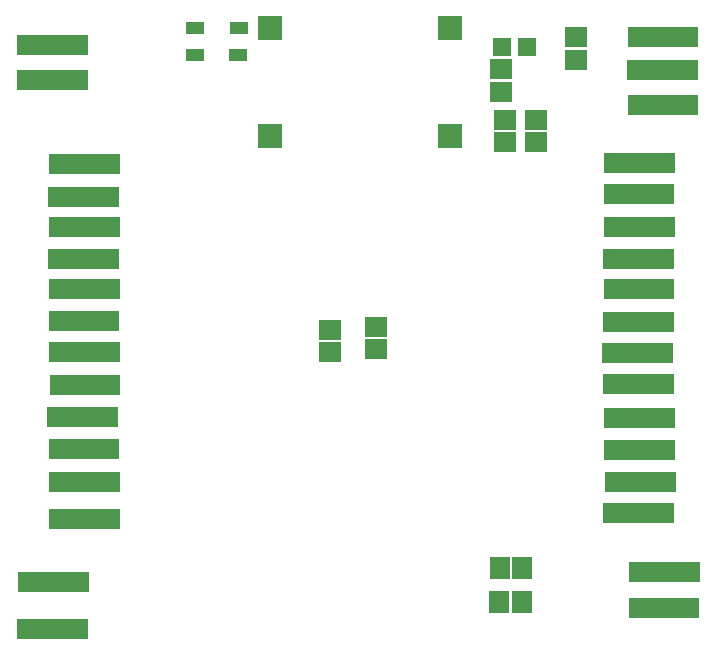
<source format=gbr>
G04 #@! TF.FileFunction,Soldermask,Top*
%FSLAX46Y46*%
G04 Gerber Fmt 4.6, Leading zero omitted, Abs format (unit mm)*
G04 Created by KiCad (PCBNEW 4.0.6) date 05/08/17 07:17:05*
%MOMM*%
%LPD*%
G01*
G04 APERTURE LIST*
%ADD10C,0.100000*%
%ADD11R,1.600000X1.600000*%
%ADD12R,1.900000X1.700000*%
%ADD13C,1.500000*%
%ADD14R,1.035000X1.670000*%
%ADD15R,1.700000X1.900000*%
%ADD16R,2.000000X2.000000*%
%ADD17R,1.600000X1.100000*%
G04 APERTURE END LIST*
D10*
D11*
X191161900Y-80426500D03*
X193261900Y-80426500D03*
D12*
X176540100Y-104393900D03*
X176540100Y-106293900D03*
X191071100Y-82356700D03*
X191071100Y-84256700D03*
D13*
X203057700Y-90281700D03*
D14*
X203438700Y-90281700D03*
X204073700Y-90281700D03*
X202803700Y-90281700D03*
X202168700Y-90281700D03*
X201533700Y-90281700D03*
X204670600Y-90281700D03*
X205267500Y-90281700D03*
X200911400Y-90281700D03*
X200289100Y-90281700D03*
D13*
X205013500Y-82407700D03*
D14*
X205394500Y-82407700D03*
X206029500Y-82407700D03*
X204759500Y-82407700D03*
X204124500Y-82407700D03*
X203489500Y-82407700D03*
X206626400Y-82407700D03*
X207223300Y-82407700D03*
X202867200Y-82407700D03*
X202244900Y-82407700D03*
D13*
X156042300Y-90332500D03*
D14*
X156423300Y-90332500D03*
X157058300Y-90332500D03*
X155788300Y-90332500D03*
X155153300Y-90332500D03*
X154518300Y-90332500D03*
X157655200Y-90332500D03*
X158252100Y-90332500D03*
X153896000Y-90332500D03*
X153273700Y-90332500D03*
D13*
X153375300Y-80324900D03*
D14*
X153756300Y-80324900D03*
X154391300Y-80324900D03*
X153121300Y-80324900D03*
X152486300Y-80324900D03*
X151851300Y-80324900D03*
X154988200Y-80324900D03*
X155585100Y-80324900D03*
X151229000Y-80324900D03*
X150606700Y-80324900D03*
D13*
X202981500Y-103769100D03*
D14*
X203362500Y-103769100D03*
X203997500Y-103769100D03*
X202727500Y-103769100D03*
X202092500Y-103769100D03*
X201457500Y-103769100D03*
X204594400Y-103769100D03*
X205191300Y-103769100D03*
X200835200Y-103769100D03*
X200212900Y-103769100D03*
D13*
X202879900Y-106385300D03*
D14*
X203260900Y-106385300D03*
X203895900Y-106385300D03*
X202625900Y-106385300D03*
X201990900Y-106385300D03*
X201355900Y-106385300D03*
X204492800Y-106385300D03*
X205089700Y-106385300D03*
X200733600Y-106385300D03*
X200111300Y-106385300D03*
D13*
X156067700Y-106309100D03*
D14*
X156448700Y-106309100D03*
X157083700Y-106309100D03*
X155813700Y-106309100D03*
X155178700Y-106309100D03*
X154543700Y-106309100D03*
X157680600Y-106309100D03*
X158277500Y-106309100D03*
X153921400Y-106309100D03*
X153299100Y-106309100D03*
D13*
X202981500Y-109026900D03*
D14*
X203362500Y-109026900D03*
X203997500Y-109026900D03*
X202727500Y-109026900D03*
X202092500Y-109026900D03*
X201457500Y-109026900D03*
X204594400Y-109026900D03*
X205191300Y-109026900D03*
X200835200Y-109026900D03*
X200212900Y-109026900D03*
D13*
X156093100Y-109077700D03*
D14*
X156474100Y-109077700D03*
X157109100Y-109077700D03*
X155839100Y-109077700D03*
X155204100Y-109077700D03*
X154569100Y-109077700D03*
X157706000Y-109077700D03*
X158302900Y-109077700D03*
X153946800Y-109077700D03*
X153324500Y-109077700D03*
D13*
X203006900Y-92897900D03*
D14*
X203387900Y-92897900D03*
X204022900Y-92897900D03*
X202752900Y-92897900D03*
X202117900Y-92897900D03*
X201482900Y-92897900D03*
X204619800Y-92897900D03*
X205216700Y-92897900D03*
X200860600Y-92897900D03*
X200238300Y-92897900D03*
D13*
X203057700Y-114614900D03*
D14*
X203438700Y-114614900D03*
X204073700Y-114614900D03*
X202803700Y-114614900D03*
X202168700Y-114614900D03*
X201533700Y-114614900D03*
X204670600Y-114614900D03*
X205267500Y-114614900D03*
X200911400Y-114614900D03*
X200289100Y-114614900D03*
D13*
X156016900Y-114513300D03*
D14*
X156397900Y-114513300D03*
X157032900Y-114513300D03*
X155762900Y-114513300D03*
X155127900Y-114513300D03*
X154492900Y-114513300D03*
X157629800Y-114513300D03*
X158226700Y-114513300D03*
X153870600Y-114513300D03*
X153248300Y-114513300D03*
D13*
X202981500Y-98409700D03*
D14*
X203362500Y-98409700D03*
X203997500Y-98409700D03*
X202727500Y-98409700D03*
X202092500Y-98409700D03*
X201457500Y-98409700D03*
X204594400Y-98409700D03*
X205191300Y-98409700D03*
X200835200Y-98409700D03*
X200212900Y-98409700D03*
D13*
X155966100Y-98409700D03*
D14*
X156347100Y-98409700D03*
X156982100Y-98409700D03*
X155712100Y-98409700D03*
X155077100Y-98409700D03*
X154442100Y-98409700D03*
X157579000Y-98409700D03*
X158175900Y-98409700D03*
X153819800Y-98409700D03*
X153197500Y-98409700D03*
D13*
X205038900Y-85354100D03*
D14*
X205419900Y-85354100D03*
X206054900Y-85354100D03*
X204784900Y-85354100D03*
X204149900Y-85354100D03*
X203514900Y-85354100D03*
X206651800Y-85354100D03*
X207248700Y-85354100D03*
X202892600Y-85354100D03*
X202270300Y-85354100D03*
D13*
X205115100Y-127975300D03*
D14*
X205496100Y-127975300D03*
X206131100Y-127975300D03*
X204861100Y-127975300D03*
X204226100Y-127975300D03*
X203591100Y-127975300D03*
X206728000Y-127975300D03*
X207324900Y-127975300D03*
X202968800Y-127975300D03*
X202346500Y-127975300D03*
D13*
X205165900Y-124876500D03*
D14*
X205546900Y-124876500D03*
X206181900Y-124876500D03*
X204911900Y-124876500D03*
X204276900Y-124876500D03*
X203641900Y-124876500D03*
X206778800Y-124876500D03*
X207375700Y-124876500D03*
X203019600Y-124876500D03*
X202397300Y-124876500D03*
D13*
X153375300Y-83245900D03*
D14*
X153756300Y-83245900D03*
X154391300Y-83245900D03*
X153121300Y-83245900D03*
X152486300Y-83245900D03*
X151851300Y-83245900D03*
X154988200Y-83245900D03*
X155585100Y-83245900D03*
X151229000Y-83245900D03*
X150606700Y-83245900D03*
D13*
X153349900Y-129702500D03*
D14*
X153730900Y-129702500D03*
X154365900Y-129702500D03*
X153095900Y-129702500D03*
X152460900Y-129702500D03*
X151825900Y-129702500D03*
X154962800Y-129702500D03*
X155559700Y-129702500D03*
X151203600Y-129702500D03*
X150581300Y-129702500D03*
D13*
X153400700Y-125790900D03*
D14*
X153781700Y-125790900D03*
X154416700Y-125790900D03*
X153146700Y-125790900D03*
X152511700Y-125790900D03*
X151876700Y-125790900D03*
X155013600Y-125790900D03*
X155610500Y-125790900D03*
X151254400Y-125790900D03*
X150632100Y-125790900D03*
D13*
X155966100Y-93126500D03*
D14*
X156347100Y-93126500D03*
X156982100Y-93126500D03*
X155712100Y-93126500D03*
X155077100Y-93126500D03*
X154442100Y-93126500D03*
X157579000Y-93126500D03*
X158175900Y-93126500D03*
X153819800Y-93126500D03*
X153197500Y-93126500D03*
D13*
X156042300Y-95742700D03*
D14*
X156423300Y-95742700D03*
X157058300Y-95742700D03*
X155788300Y-95742700D03*
X155153300Y-95742700D03*
X154518300Y-95742700D03*
X157655200Y-95742700D03*
X158252100Y-95742700D03*
X153896000Y-95742700D03*
X153273700Y-95742700D03*
D13*
X156016900Y-103642100D03*
D14*
X156397900Y-103642100D03*
X157032900Y-103642100D03*
X155762900Y-103642100D03*
X155127900Y-103642100D03*
X154492900Y-103642100D03*
X157629800Y-103642100D03*
X158226700Y-103642100D03*
X153870600Y-103642100D03*
X153248300Y-103642100D03*
D13*
X155864500Y-111770100D03*
D14*
X156245500Y-111770100D03*
X156880500Y-111770100D03*
X155610500Y-111770100D03*
X154975500Y-111770100D03*
X154340500Y-111770100D03*
X157477400Y-111770100D03*
X158074300Y-111770100D03*
X153718200Y-111770100D03*
X153095900Y-111770100D03*
D13*
X156067700Y-120431500D03*
D14*
X156448700Y-120431500D03*
X157083700Y-120431500D03*
X155813700Y-120431500D03*
X155178700Y-120431500D03*
X154543700Y-120431500D03*
X157680600Y-120431500D03*
X158277500Y-120431500D03*
X153921400Y-120431500D03*
X153299100Y-120431500D03*
D12*
X180451700Y-106065300D03*
X180451700Y-104165300D03*
D13*
X205038900Y-79639100D03*
D14*
X205419900Y-79639100D03*
X206054900Y-79639100D03*
X204784900Y-79639100D03*
X204149900Y-79639100D03*
X203514900Y-79639100D03*
X206651800Y-79639100D03*
X207248700Y-79639100D03*
X202892600Y-79639100D03*
X202270300Y-79639100D03*
D13*
X202981500Y-119898100D03*
D14*
X203362500Y-119898100D03*
X203997500Y-119898100D03*
X202727500Y-119898100D03*
X202092500Y-119898100D03*
X201457500Y-119898100D03*
X204594400Y-119898100D03*
X205191300Y-119898100D03*
X200835200Y-119898100D03*
X200212900Y-119898100D03*
D13*
X203057700Y-111846300D03*
D14*
X203438700Y-111846300D03*
X204073700Y-111846300D03*
X202803700Y-111846300D03*
X202168700Y-111846300D03*
X201533700Y-111846300D03*
X204670600Y-111846300D03*
X205267500Y-111846300D03*
X200911400Y-111846300D03*
X200289100Y-111846300D03*
D15*
X190931700Y-124571700D03*
X192831700Y-124571700D03*
D12*
X197393500Y-81528900D03*
X197393500Y-79628900D03*
D15*
X190880900Y-127452900D03*
X192780900Y-127452900D03*
D13*
X203057700Y-95666500D03*
D14*
X203438700Y-95666500D03*
X204073700Y-95666500D03*
X202803700Y-95666500D03*
X202168700Y-95666500D03*
X201533700Y-95666500D03*
X204670600Y-95666500D03*
X205267500Y-95666500D03*
X200911400Y-95666500D03*
X200289100Y-95666500D03*
D13*
X203108500Y-117281900D03*
D14*
X203489500Y-117281900D03*
X204124500Y-117281900D03*
X202854500Y-117281900D03*
X202219500Y-117281900D03*
X201584500Y-117281900D03*
X204721400Y-117281900D03*
X205318300Y-117281900D03*
X200962200Y-117281900D03*
X200339900Y-117281900D03*
D13*
X156042300Y-117307300D03*
D14*
X156423300Y-117307300D03*
X157058300Y-117307300D03*
X155788300Y-117307300D03*
X155153300Y-117307300D03*
X154518300Y-117307300D03*
X157655200Y-117307300D03*
X158252100Y-117307300D03*
X153896000Y-117307300D03*
X153273700Y-117307300D03*
D13*
X203006900Y-100975100D03*
D14*
X203387900Y-100975100D03*
X204022900Y-100975100D03*
X202752900Y-100975100D03*
X202117900Y-100975100D03*
X201482900Y-100975100D03*
X204619800Y-100975100D03*
X205216700Y-100975100D03*
X200860600Y-100975100D03*
X200238300Y-100975100D03*
D13*
X156067700Y-100949700D03*
D14*
X156448700Y-100949700D03*
X157083700Y-100949700D03*
X155813700Y-100949700D03*
X155178700Y-100949700D03*
X154543700Y-100949700D03*
X157680600Y-100949700D03*
X158277500Y-100949700D03*
X153921400Y-100949700D03*
X153299100Y-100949700D03*
D12*
X193984300Y-86615500D03*
X193984300Y-88515500D03*
X191351300Y-86648900D03*
X191351300Y-88548900D03*
D16*
X186752100Y-87964900D03*
X186752100Y-78820900D03*
X171512100Y-78820900D03*
X171512100Y-87964900D03*
D17*
X165110100Y-81154900D03*
X168810100Y-81154900D03*
X165142100Y-78879900D03*
X168842100Y-78879900D03*
M02*

</source>
